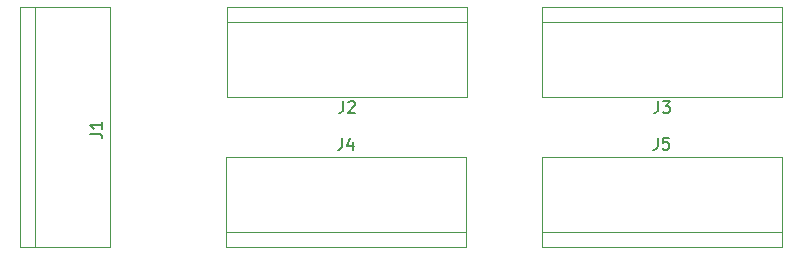
<source format=gbr>
%TF.GenerationSoftware,KiCad,Pcbnew,(7.0.0)*%
%TF.CreationDate,2023-04-10T16:26:54+12:00*%
%TF.ProjectId,can_expansion_hub,63616e5f-6578-4706-916e-73696f6e5f68,rev?*%
%TF.SameCoordinates,Original*%
%TF.FileFunction,Legend,Top*%
%TF.FilePolarity,Positive*%
%FSLAX46Y46*%
G04 Gerber Fmt 4.6, Leading zero omitted, Abs format (unit mm)*
G04 Created by KiCad (PCBNEW (7.0.0)) date 2023-04-10 16:26:54*
%MOMM*%
%LPD*%
G01*
G04 APERTURE LIST*
%ADD10C,0.150000*%
%ADD11C,0.120000*%
%ADD12C,5.500000*%
%ADD13R,3.000000X3.000000*%
%ADD14C,3.000000*%
G04 APERTURE END LIST*
D10*
%TO.C,J3*%
X131512666Y-99417380D02*
X131512666Y-100131666D01*
X131512666Y-100131666D02*
X131465047Y-100274523D01*
X131465047Y-100274523D02*
X131369809Y-100369761D01*
X131369809Y-100369761D02*
X131226952Y-100417380D01*
X131226952Y-100417380D02*
X131131714Y-100417380D01*
X131893619Y-99417380D02*
X132512666Y-99417380D01*
X132512666Y-99417380D02*
X132179333Y-99798333D01*
X132179333Y-99798333D02*
X132322190Y-99798333D01*
X132322190Y-99798333D02*
X132417428Y-99845952D01*
X132417428Y-99845952D02*
X132465047Y-99893571D01*
X132465047Y-99893571D02*
X132512666Y-99988809D01*
X132512666Y-99988809D02*
X132512666Y-100226904D01*
X132512666Y-100226904D02*
X132465047Y-100322142D01*
X132465047Y-100322142D02*
X132417428Y-100369761D01*
X132417428Y-100369761D02*
X132322190Y-100417380D01*
X132322190Y-100417380D02*
X132036476Y-100417380D01*
X132036476Y-100417380D02*
X131941238Y-100369761D01*
X131941238Y-100369761D02*
X131893619Y-100322142D01*
%TO.C,J2*%
X104842666Y-99417380D02*
X104842666Y-100131666D01*
X104842666Y-100131666D02*
X104795047Y-100274523D01*
X104795047Y-100274523D02*
X104699809Y-100369761D01*
X104699809Y-100369761D02*
X104556952Y-100417380D01*
X104556952Y-100417380D02*
X104461714Y-100417380D01*
X105271238Y-99512619D02*
X105318857Y-99465000D01*
X105318857Y-99465000D02*
X105414095Y-99417380D01*
X105414095Y-99417380D02*
X105652190Y-99417380D01*
X105652190Y-99417380D02*
X105747428Y-99465000D01*
X105747428Y-99465000D02*
X105795047Y-99512619D01*
X105795047Y-99512619D02*
X105842666Y-99607857D01*
X105842666Y-99607857D02*
X105842666Y-99703095D01*
X105842666Y-99703095D02*
X105795047Y-99845952D01*
X105795047Y-99845952D02*
X105223619Y-100417380D01*
X105223619Y-100417380D02*
X105842666Y-100417380D01*
%TO.C,J5*%
X131472666Y-102517380D02*
X131472666Y-103231666D01*
X131472666Y-103231666D02*
X131425047Y-103374523D01*
X131425047Y-103374523D02*
X131329809Y-103469761D01*
X131329809Y-103469761D02*
X131186952Y-103517380D01*
X131186952Y-103517380D02*
X131091714Y-103517380D01*
X132425047Y-102517380D02*
X131948857Y-102517380D01*
X131948857Y-102517380D02*
X131901238Y-102993571D01*
X131901238Y-102993571D02*
X131948857Y-102945952D01*
X131948857Y-102945952D02*
X132044095Y-102898333D01*
X132044095Y-102898333D02*
X132282190Y-102898333D01*
X132282190Y-102898333D02*
X132377428Y-102945952D01*
X132377428Y-102945952D02*
X132425047Y-102993571D01*
X132425047Y-102993571D02*
X132472666Y-103088809D01*
X132472666Y-103088809D02*
X132472666Y-103326904D01*
X132472666Y-103326904D02*
X132425047Y-103422142D01*
X132425047Y-103422142D02*
X132377428Y-103469761D01*
X132377428Y-103469761D02*
X132282190Y-103517380D01*
X132282190Y-103517380D02*
X132044095Y-103517380D01*
X132044095Y-103517380D02*
X131948857Y-103469761D01*
X131948857Y-103469761D02*
X131901238Y-103422142D01*
%TO.C,J4*%
X104751866Y-102542780D02*
X104751866Y-103257066D01*
X104751866Y-103257066D02*
X104704247Y-103399923D01*
X104704247Y-103399923D02*
X104609009Y-103495161D01*
X104609009Y-103495161D02*
X104466152Y-103542780D01*
X104466152Y-103542780D02*
X104370914Y-103542780D01*
X105656628Y-102876114D02*
X105656628Y-103542780D01*
X105418533Y-102495161D02*
X105180438Y-103209447D01*
X105180438Y-103209447D02*
X105799485Y-103209447D01*
%TO.C,J1*%
X83441380Y-102187333D02*
X84155666Y-102187333D01*
X84155666Y-102187333D02*
X84298523Y-102234952D01*
X84298523Y-102234952D02*
X84393761Y-102330190D01*
X84393761Y-102330190D02*
X84441380Y-102473047D01*
X84441380Y-102473047D02*
X84441380Y-102568285D01*
X84441380Y-101187333D02*
X84441380Y-101758761D01*
X84441380Y-101473047D02*
X83441380Y-101473047D01*
X83441380Y-101473047D02*
X83584238Y-101568285D01*
X83584238Y-101568285D02*
X83679476Y-101663523D01*
X83679476Y-101663523D02*
X83727095Y-101758761D01*
D11*
%TO.C,J3*%
X141986000Y-99060000D02*
X141986000Y-91440000D01*
X141986000Y-99060000D02*
X121666000Y-99060000D01*
X141986000Y-91440000D02*
X121666000Y-91440000D01*
X121666000Y-92710000D02*
X141986000Y-92710000D01*
X121666000Y-91440000D02*
X121666000Y-99060000D01*
%TO.C,J2*%
X115316000Y-99060000D02*
X115316000Y-91440000D01*
X115316000Y-99060000D02*
X94996000Y-99060000D01*
X115316000Y-91440000D02*
X94996000Y-91440000D01*
X94996000Y-92710000D02*
X115316000Y-92710000D01*
X94996000Y-91440000D02*
X94996000Y-99060000D01*
%TO.C,J5*%
X121666000Y-104140000D02*
X121666000Y-111760000D01*
X121666000Y-104140000D02*
X141986000Y-104140000D01*
X121666000Y-111760000D02*
X141986000Y-111760000D01*
X141986000Y-110490000D02*
X121666000Y-110490000D01*
X141986000Y-111760000D02*
X141986000Y-104140000D01*
%TO.C,J4*%
X94945200Y-104165400D02*
X94945200Y-111785400D01*
X94945200Y-104165400D02*
X115265200Y-104165400D01*
X94945200Y-111785400D02*
X115265200Y-111785400D01*
X115265200Y-110515400D02*
X94945200Y-110515400D01*
X115265200Y-111785400D02*
X115265200Y-104165400D01*
%TO.C,J1*%
X85090000Y-91440000D02*
X77470000Y-91440000D01*
X85090000Y-91440000D02*
X85090000Y-111760000D01*
X77470000Y-91440000D02*
X77470000Y-111760000D01*
X78740000Y-111760000D02*
X78740000Y-91440000D01*
X77470000Y-111760000D02*
X85090000Y-111760000D01*
%TD*%
%LPC*%
D12*
%TO.C,REF\u002A\u002A*%
X90170000Y-101854000D03*
%TD*%
D13*
%TO.C,J3*%
X139445999Y-95249999D03*
D14*
X134366000Y-95250000D03*
X129286000Y-95250000D03*
X124206000Y-95250000D03*
%TD*%
D13*
%TO.C,J2*%
X112775999Y-95249999D03*
D14*
X107696000Y-95250000D03*
X102616000Y-95250000D03*
X97536000Y-95250000D03*
%TD*%
D13*
%TO.C,J5*%
X124205999Y-107949999D03*
D14*
X129286000Y-107950000D03*
X134366000Y-107950000D03*
X139446000Y-107950000D03*
%TD*%
D13*
%TO.C,J4*%
X97485199Y-107975399D03*
D14*
X102565200Y-107975400D03*
X107645200Y-107975400D03*
X112725200Y-107975400D03*
%TD*%
D12*
%TO.C,REF\u002A\u002A*%
X147066000Y-101600000D03*
%TD*%
D13*
%TO.C,J1*%
X81279999Y-93979999D03*
D14*
X81280000Y-99060000D03*
X81280000Y-104140000D03*
X81280000Y-109220000D03*
%TD*%
M02*

</source>
